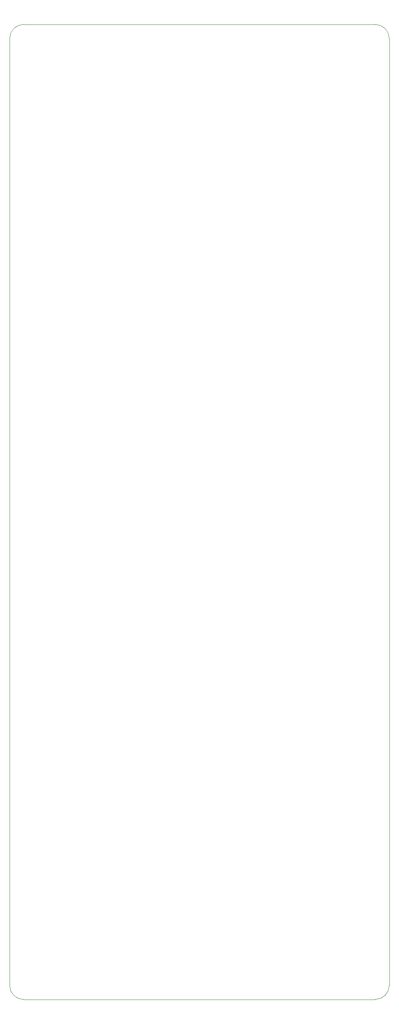
<source format=gm1>
G04 #@! TF.GenerationSoftware,KiCad,Pcbnew,9.0.5*
G04 #@! TF.CreationDate,2025-11-08T18:16:23-06:00*
G04 #@! TF.ProjectId,PowerDistributionUnit_Mk1,506f7765-7244-4697-9374-726962757469,rev?*
G04 #@! TF.SameCoordinates,Original*
G04 #@! TF.FileFunction,Profile,NP*
%FSLAX46Y46*%
G04 Gerber Fmt 4.6, Leading zero omitted, Abs format (unit mm)*
G04 Created by KiCad (PCBNEW 9.0.5) date 2025-11-08 18:16:23*
%MOMM*%
%LPD*%
G01*
G04 APERTURE LIST*
G04 #@! TA.AperFunction,Profile*
%ADD10C,0.050000*%
G04 #@! TD*
G04 APERTURE END LIST*
D10*
X111900000Y-166200000D02*
X111900000Y33800000D01*
X114900000Y-169200000D02*
G75*
G02*
X111900000Y-166200000I0J3000000D01*
G01*
X111900000Y33800000D02*
G75*
G02*
X114900000Y36800000I3000000J0D01*
G01*
X189300000Y36800000D02*
G75*
G02*
X192300000Y33800000I0J-3000000D01*
G01*
X192300000Y-166200000D02*
G75*
G02*
X189300000Y-169200000I-3000000J0D01*
G01*
X189300000Y-169200000D02*
X114900000Y-169200000D01*
X114900000Y36800000D02*
X189300000Y36800000D01*
X192300000Y33800000D02*
X192300000Y-166200000D01*
M02*

</source>
